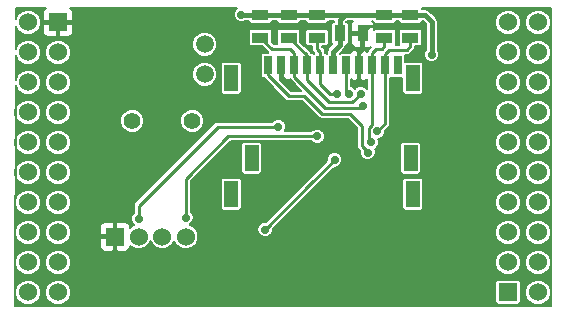
<source format=gbl>
G04 (created by PCBNEW (2013-may-18)-stable) date Вс 15 ноя 2015 18:53:40*
%MOIN*%
G04 Gerber Fmt 3.4, Leading zero omitted, Abs format*
%FSLAX34Y34*%
G01*
G70*
G90*
G04 APERTURE LIST*
%ADD10C,0.00590551*%
%ADD11R,0.055X0.035*%
%ADD12R,0.035X0.055*%
%ADD13R,0.06X0.06*%
%ADD14C,0.06*%
%ADD15C,0.056*%
%ADD16R,0.026X0.062*%
%ADD17R,0.046X0.086*%
%ADD18C,0.0590551*%
%ADD19C,0.0275591*%
%ADD20C,0.015748*%
%ADD21C,0.01*%
%ADD22C,0.00787402*%
G04 APERTURE END LIST*
G54D10*
G54D11*
X34921Y-19272D03*
X34921Y-18522D03*
X37165Y-19272D03*
X37165Y-18522D03*
X38031Y-19272D03*
X38031Y-18522D03*
X33031Y-19272D03*
X33031Y-18522D03*
X33976Y-19272D03*
X33976Y-18522D03*
G54D12*
X36437Y-19133D03*
X35687Y-19133D03*
G54D13*
X28188Y-25905D03*
G54D14*
X28976Y-25905D03*
X29763Y-25905D03*
X30551Y-25905D03*
G54D15*
X28763Y-22047D03*
X30763Y-22047D03*
G54D13*
X26287Y-18767D03*
G54D14*
X25287Y-18767D03*
X26287Y-19767D03*
X25287Y-19767D03*
X26287Y-20767D03*
X25287Y-20767D03*
X26287Y-21767D03*
X25287Y-21767D03*
X26287Y-22767D03*
X25287Y-22767D03*
X26287Y-23767D03*
X25287Y-23767D03*
X26287Y-24767D03*
X25287Y-24767D03*
X26287Y-25767D03*
X25287Y-25767D03*
X26287Y-26767D03*
X25287Y-26767D03*
X26287Y-27767D03*
X25287Y-27767D03*
G54D13*
X41287Y-27767D03*
G54D14*
X42287Y-27767D03*
X41287Y-26767D03*
X42287Y-26767D03*
X41287Y-25767D03*
X42287Y-25767D03*
X41287Y-24767D03*
X42287Y-24767D03*
X41287Y-23767D03*
X42287Y-23767D03*
X41287Y-22767D03*
X42287Y-22767D03*
X41287Y-21767D03*
X42287Y-21767D03*
X41287Y-20767D03*
X42287Y-20767D03*
X41287Y-19767D03*
X42287Y-19767D03*
X41287Y-18767D03*
X42287Y-18767D03*
G54D16*
X33289Y-20196D03*
X34159Y-20196D03*
X34589Y-20196D03*
X35019Y-20196D03*
X35459Y-20196D03*
X35889Y-20196D03*
X36319Y-20196D03*
X36759Y-20196D03*
X37189Y-20196D03*
X33733Y-20196D03*
G54D17*
X32739Y-23296D03*
X38039Y-23296D03*
G54D16*
X37619Y-20196D03*
G54D17*
X38110Y-24488D03*
X32066Y-24488D03*
X38110Y-20629D03*
X32066Y-20629D03*
G54D18*
X31181Y-19500D03*
X31181Y-20500D03*
G54D19*
X38740Y-19842D03*
X32401Y-18503D03*
X31968Y-23346D03*
X38897Y-24921D03*
X39212Y-21259D03*
X33425Y-24803D03*
X28818Y-20000D03*
X29015Y-19685D03*
X34370Y-21535D03*
X34015Y-20826D03*
X36614Y-23110D03*
X35590Y-21141D03*
X28976Y-25314D03*
X33622Y-22244D03*
X35511Y-23346D03*
X33188Y-25669D03*
X30551Y-25275D03*
X34921Y-22559D03*
X36732Y-22755D03*
X36377Y-21141D03*
X36456Y-21535D03*
X36929Y-22401D03*
X35984Y-21141D03*
G54D20*
X35459Y-20196D02*
X35459Y-19737D01*
X35459Y-19737D02*
X35687Y-19508D01*
X35687Y-19508D02*
X35687Y-19133D01*
X38522Y-18522D02*
X38031Y-18522D01*
X38740Y-18740D02*
X38522Y-18522D01*
X38740Y-19842D02*
X38740Y-18740D01*
X35687Y-19133D02*
X35687Y-18682D01*
X35687Y-18682D02*
X35847Y-18522D01*
X37165Y-18522D02*
X38031Y-18522D01*
X34921Y-18522D02*
X35847Y-18522D01*
X35847Y-18522D02*
X37165Y-18522D01*
X33976Y-18522D02*
X34921Y-18522D01*
X33031Y-18522D02*
X33976Y-18522D01*
X33031Y-18522D02*
X32420Y-18522D01*
X32420Y-18522D02*
X32401Y-18503D01*
G54D21*
X35459Y-19737D02*
X35687Y-19508D01*
X35687Y-19508D02*
X35687Y-19133D01*
X36437Y-19133D02*
X36437Y-19113D01*
X36653Y-18897D02*
X36968Y-18897D01*
X36437Y-19113D02*
X36653Y-18897D01*
X33733Y-20196D02*
X33733Y-20544D01*
X33733Y-20544D02*
X34015Y-20826D01*
X36319Y-20196D02*
X36319Y-19782D01*
X36437Y-19664D02*
X36437Y-19133D01*
X36319Y-19782D02*
X36437Y-19664D01*
X33289Y-20196D02*
X33289Y-20533D01*
X36614Y-23070D02*
X36614Y-23110D01*
X36417Y-22874D02*
X36614Y-23070D01*
X36417Y-22204D02*
X36417Y-22874D01*
X36023Y-21811D02*
X36417Y-22204D01*
X35078Y-21811D02*
X36023Y-21811D01*
X34488Y-21220D02*
X35078Y-21811D01*
X33976Y-21220D02*
X34488Y-21220D01*
X33289Y-20533D02*
X33976Y-21220D01*
X35019Y-20196D02*
X35019Y-20806D01*
X35354Y-21141D02*
X35590Y-21141D01*
X35019Y-20806D02*
X35354Y-21141D01*
X34921Y-19272D02*
X34921Y-19645D01*
X35019Y-19743D02*
X35019Y-20196D01*
X34921Y-19645D02*
X35019Y-19743D01*
X28976Y-24881D02*
X28976Y-25314D01*
X31614Y-22244D02*
X28976Y-24881D01*
X33622Y-22244D02*
X31614Y-22244D01*
X34724Y-24133D02*
X35511Y-23346D01*
X33188Y-25669D02*
X34724Y-24133D01*
X30551Y-23976D02*
X30551Y-25275D01*
X31968Y-22559D02*
X30551Y-23976D01*
X34921Y-22559D02*
X31968Y-22559D01*
X36759Y-20196D02*
X36759Y-22177D01*
X36653Y-22677D02*
X36732Y-22755D01*
X36653Y-22283D02*
X36653Y-22677D01*
X36759Y-22177D02*
X36653Y-22283D01*
X36759Y-20196D02*
X36759Y-19776D01*
X37165Y-19566D02*
X37165Y-19272D01*
X37086Y-19645D02*
X37165Y-19566D01*
X36889Y-19645D02*
X37086Y-19645D01*
X36759Y-19776D02*
X36889Y-19645D01*
X34589Y-20196D02*
X34589Y-20691D01*
X36102Y-21417D02*
X36377Y-21141D01*
X35314Y-21417D02*
X36102Y-21417D01*
X34589Y-20691D02*
X35314Y-21417D01*
X33976Y-19272D02*
X33997Y-19272D01*
X34589Y-19864D02*
X34589Y-20196D01*
X33997Y-19272D02*
X34589Y-19864D01*
X34159Y-20196D02*
X34159Y-19789D01*
X33404Y-19645D02*
X33031Y-19272D01*
X34015Y-19645D02*
X33404Y-19645D01*
X34159Y-19789D02*
X34015Y-19645D01*
X34159Y-20196D02*
X34159Y-20576D01*
X36377Y-21614D02*
X36456Y-21535D01*
X35196Y-21614D02*
X36377Y-21614D01*
X34159Y-20576D02*
X35196Y-21614D01*
X37189Y-20196D02*
X37189Y-22141D01*
X37189Y-22141D02*
X36929Y-22401D01*
X37189Y-20196D02*
X37189Y-19818D01*
X38031Y-19566D02*
X38031Y-19272D01*
X37913Y-19685D02*
X38031Y-19566D01*
X37322Y-19685D02*
X37913Y-19685D01*
X37189Y-19818D02*
X37322Y-19685D01*
X35889Y-20196D02*
X35889Y-21046D01*
X35889Y-21046D02*
X35984Y-21141D01*
G54D10*
G36*
X34397Y-21052D02*
X34046Y-21052D01*
X33671Y-20677D01*
X33694Y-20654D01*
X33694Y-20236D01*
X33686Y-20236D01*
X33686Y-20157D01*
X33694Y-20157D01*
X33694Y-20149D01*
X33772Y-20149D01*
X33772Y-20157D01*
X33780Y-20157D01*
X33780Y-20236D01*
X33772Y-20236D01*
X33772Y-20654D01*
X33821Y-20703D01*
X33902Y-20703D01*
X33974Y-20673D01*
X34005Y-20643D01*
X34040Y-20695D01*
X34397Y-21052D01*
X34397Y-21052D01*
G37*
G54D22*
X34397Y-21052D02*
X34046Y-21052D01*
X33671Y-20677D01*
X33694Y-20654D01*
X33694Y-20236D01*
X33686Y-20236D01*
X33686Y-20157D01*
X33694Y-20157D01*
X33694Y-20149D01*
X33772Y-20149D01*
X33772Y-20157D01*
X33780Y-20157D01*
X33780Y-20236D01*
X33772Y-20236D01*
X33772Y-20654D01*
X33821Y-20703D01*
X33902Y-20703D01*
X33974Y-20673D01*
X34005Y-20643D01*
X34040Y-20695D01*
X34397Y-21052D01*
G54D10*
G36*
X36720Y-19577D02*
X36640Y-19657D01*
X36604Y-19711D01*
X36595Y-19754D01*
X36560Y-19719D01*
X36488Y-19689D01*
X36407Y-19690D01*
X36398Y-19699D01*
X36398Y-19556D01*
X36398Y-19173D01*
X36115Y-19173D01*
X36066Y-19222D01*
X36066Y-19369D01*
X36066Y-19448D01*
X36096Y-19520D01*
X36151Y-19575D01*
X36224Y-19605D01*
X36349Y-19605D01*
X36398Y-19556D01*
X36398Y-19699D01*
X36358Y-19739D01*
X36358Y-20157D01*
X36366Y-20157D01*
X36366Y-20236D01*
X36358Y-20236D01*
X36358Y-20654D01*
X36407Y-20703D01*
X36488Y-20703D01*
X36560Y-20673D01*
X36591Y-20643D01*
X36591Y-20993D01*
X36523Y-20924D01*
X36429Y-20885D01*
X36327Y-20885D01*
X36233Y-20924D01*
X36181Y-20976D01*
X36129Y-20924D01*
X36057Y-20895D01*
X36057Y-20653D01*
X36078Y-20673D01*
X36150Y-20703D01*
X36230Y-20703D01*
X36280Y-20654D01*
X36280Y-20236D01*
X36272Y-20236D01*
X36272Y-20157D01*
X36280Y-20157D01*
X36280Y-19739D01*
X36230Y-19690D01*
X36150Y-19689D01*
X36078Y-19719D01*
X36029Y-19768D01*
X35995Y-19768D01*
X35735Y-19768D01*
X35692Y-19786D01*
X35674Y-19804D01*
X35672Y-19802D01*
X35827Y-19648D01*
X35827Y-19648D01*
X35869Y-19584D01*
X35881Y-19526D01*
X35886Y-19526D01*
X35929Y-19509D01*
X35963Y-19475D01*
X35981Y-19432D01*
X35981Y-19385D01*
X35981Y-18835D01*
X35963Y-18792D01*
X35929Y-18758D01*
X35901Y-18746D01*
X35928Y-18719D01*
X36123Y-18719D01*
X36096Y-18747D01*
X36066Y-18819D01*
X36066Y-18897D01*
X36066Y-19045D01*
X36115Y-19094D01*
X36398Y-19094D01*
X36398Y-19086D01*
X36477Y-19086D01*
X36477Y-19094D01*
X36485Y-19094D01*
X36485Y-19173D01*
X36477Y-19173D01*
X36477Y-19556D01*
X36526Y-19605D01*
X36651Y-19605D01*
X36720Y-19577D01*
X36720Y-19577D01*
G37*
G54D22*
X36720Y-19577D02*
X36640Y-19657D01*
X36604Y-19711D01*
X36595Y-19754D01*
X36560Y-19719D01*
X36488Y-19689D01*
X36407Y-19690D01*
X36398Y-19699D01*
X36398Y-19556D01*
X36398Y-19173D01*
X36115Y-19173D01*
X36066Y-19222D01*
X36066Y-19369D01*
X36066Y-19448D01*
X36096Y-19520D01*
X36151Y-19575D01*
X36224Y-19605D01*
X36349Y-19605D01*
X36398Y-19556D01*
X36398Y-19699D01*
X36358Y-19739D01*
X36358Y-20157D01*
X36366Y-20157D01*
X36366Y-20236D01*
X36358Y-20236D01*
X36358Y-20654D01*
X36407Y-20703D01*
X36488Y-20703D01*
X36560Y-20673D01*
X36591Y-20643D01*
X36591Y-20993D01*
X36523Y-20924D01*
X36429Y-20885D01*
X36327Y-20885D01*
X36233Y-20924D01*
X36181Y-20976D01*
X36129Y-20924D01*
X36057Y-20895D01*
X36057Y-20653D01*
X36078Y-20673D01*
X36150Y-20703D01*
X36230Y-20703D01*
X36280Y-20654D01*
X36280Y-20236D01*
X36272Y-20236D01*
X36272Y-20157D01*
X36280Y-20157D01*
X36280Y-19739D01*
X36230Y-19690D01*
X36150Y-19689D01*
X36078Y-19719D01*
X36029Y-19768D01*
X35995Y-19768D01*
X35735Y-19768D01*
X35692Y-19786D01*
X35674Y-19804D01*
X35672Y-19802D01*
X35827Y-19648D01*
X35827Y-19648D01*
X35869Y-19584D01*
X35881Y-19526D01*
X35886Y-19526D01*
X35929Y-19509D01*
X35963Y-19475D01*
X35981Y-19432D01*
X35981Y-19385D01*
X35981Y-18835D01*
X35963Y-18792D01*
X35929Y-18758D01*
X35901Y-18746D01*
X35928Y-18719D01*
X36123Y-18719D01*
X36096Y-18747D01*
X36066Y-18819D01*
X36066Y-18897D01*
X36066Y-19045D01*
X36115Y-19094D01*
X36398Y-19094D01*
X36398Y-19086D01*
X36477Y-19086D01*
X36477Y-19094D01*
X36485Y-19094D01*
X36485Y-19173D01*
X36477Y-19173D01*
X36477Y-19556D01*
X36526Y-19605D01*
X36651Y-19605D01*
X36720Y-19577D01*
G54D10*
G36*
X42726Y-28228D02*
X42705Y-28228D01*
X42705Y-27684D01*
X42705Y-26684D01*
X42705Y-25684D01*
X42705Y-24684D01*
X42705Y-23684D01*
X42705Y-22684D01*
X42705Y-21684D01*
X42705Y-20684D01*
X42705Y-19684D01*
X42705Y-18684D01*
X42642Y-18531D01*
X42524Y-18413D01*
X42370Y-18349D01*
X42204Y-18349D01*
X42050Y-18413D01*
X41933Y-18530D01*
X41869Y-18684D01*
X41869Y-18850D01*
X41932Y-19004D01*
X42050Y-19121D01*
X42203Y-19185D01*
X42370Y-19185D01*
X42523Y-19122D01*
X42641Y-19004D01*
X42705Y-18851D01*
X42705Y-18684D01*
X42705Y-19684D01*
X42642Y-19531D01*
X42524Y-19413D01*
X42370Y-19349D01*
X42204Y-19349D01*
X42050Y-19413D01*
X41933Y-19530D01*
X41869Y-19684D01*
X41869Y-19850D01*
X41932Y-20004D01*
X42050Y-20121D01*
X42203Y-20185D01*
X42370Y-20185D01*
X42523Y-20122D01*
X42641Y-20004D01*
X42705Y-19851D01*
X42705Y-19684D01*
X42705Y-20684D01*
X42642Y-20531D01*
X42524Y-20413D01*
X42370Y-20349D01*
X42204Y-20349D01*
X42050Y-20413D01*
X41933Y-20530D01*
X41869Y-20684D01*
X41869Y-20850D01*
X41932Y-21004D01*
X42050Y-21121D01*
X42203Y-21185D01*
X42370Y-21185D01*
X42523Y-21122D01*
X42641Y-21004D01*
X42705Y-20851D01*
X42705Y-20684D01*
X42705Y-21684D01*
X42642Y-21531D01*
X42524Y-21413D01*
X42370Y-21349D01*
X42204Y-21349D01*
X42050Y-21413D01*
X41933Y-21530D01*
X41869Y-21684D01*
X41869Y-21850D01*
X41932Y-22004D01*
X42050Y-22121D01*
X42203Y-22185D01*
X42370Y-22185D01*
X42523Y-22122D01*
X42641Y-22004D01*
X42705Y-21851D01*
X42705Y-21684D01*
X42705Y-22684D01*
X42642Y-22531D01*
X42524Y-22413D01*
X42370Y-22349D01*
X42204Y-22349D01*
X42050Y-22413D01*
X41933Y-22530D01*
X41869Y-22684D01*
X41869Y-22850D01*
X41932Y-23004D01*
X42050Y-23121D01*
X42203Y-23185D01*
X42370Y-23185D01*
X42523Y-23122D01*
X42641Y-23004D01*
X42705Y-22851D01*
X42705Y-22684D01*
X42705Y-23684D01*
X42642Y-23531D01*
X42524Y-23413D01*
X42370Y-23349D01*
X42204Y-23349D01*
X42050Y-23413D01*
X41933Y-23530D01*
X41869Y-23684D01*
X41869Y-23850D01*
X41932Y-24004D01*
X42050Y-24121D01*
X42203Y-24185D01*
X42370Y-24185D01*
X42523Y-24122D01*
X42641Y-24004D01*
X42705Y-23851D01*
X42705Y-23684D01*
X42705Y-24684D01*
X42642Y-24531D01*
X42524Y-24413D01*
X42370Y-24349D01*
X42204Y-24349D01*
X42050Y-24413D01*
X41933Y-24530D01*
X41869Y-24684D01*
X41869Y-24850D01*
X41932Y-25004D01*
X42050Y-25121D01*
X42203Y-25185D01*
X42370Y-25185D01*
X42523Y-25122D01*
X42641Y-25004D01*
X42705Y-24851D01*
X42705Y-24684D01*
X42705Y-25684D01*
X42642Y-25531D01*
X42524Y-25413D01*
X42370Y-25349D01*
X42204Y-25349D01*
X42050Y-25413D01*
X41933Y-25530D01*
X41869Y-25684D01*
X41869Y-25850D01*
X41932Y-26004D01*
X42050Y-26121D01*
X42203Y-26185D01*
X42370Y-26185D01*
X42523Y-26122D01*
X42641Y-26004D01*
X42705Y-25851D01*
X42705Y-25684D01*
X42705Y-26684D01*
X42642Y-26531D01*
X42524Y-26413D01*
X42370Y-26349D01*
X42204Y-26349D01*
X42050Y-26413D01*
X41933Y-26530D01*
X41869Y-26684D01*
X41869Y-26850D01*
X41932Y-27004D01*
X42050Y-27121D01*
X42203Y-27185D01*
X42370Y-27185D01*
X42523Y-27122D01*
X42641Y-27004D01*
X42705Y-26851D01*
X42705Y-26684D01*
X42705Y-27684D01*
X42642Y-27531D01*
X42524Y-27413D01*
X42370Y-27349D01*
X42204Y-27349D01*
X42050Y-27413D01*
X41933Y-27530D01*
X41869Y-27684D01*
X41869Y-27850D01*
X41932Y-28004D01*
X42050Y-28121D01*
X42203Y-28185D01*
X42370Y-28185D01*
X42523Y-28122D01*
X42641Y-28004D01*
X42705Y-27851D01*
X42705Y-27684D01*
X42705Y-28228D01*
X41705Y-28228D01*
X41705Y-26684D01*
X41705Y-25684D01*
X41705Y-24684D01*
X41705Y-23684D01*
X41705Y-22684D01*
X41705Y-21684D01*
X41705Y-20684D01*
X41705Y-19684D01*
X41705Y-18684D01*
X41642Y-18531D01*
X41524Y-18413D01*
X41370Y-18349D01*
X41204Y-18349D01*
X41050Y-18413D01*
X40933Y-18530D01*
X40869Y-18684D01*
X40869Y-18850D01*
X40932Y-19004D01*
X41050Y-19121D01*
X41203Y-19185D01*
X41370Y-19185D01*
X41523Y-19122D01*
X41641Y-19004D01*
X41705Y-18851D01*
X41705Y-18684D01*
X41705Y-19684D01*
X41642Y-19531D01*
X41524Y-19413D01*
X41370Y-19349D01*
X41204Y-19349D01*
X41050Y-19413D01*
X40933Y-19530D01*
X40869Y-19684D01*
X40869Y-19850D01*
X40932Y-20004D01*
X41050Y-20121D01*
X41203Y-20185D01*
X41370Y-20185D01*
X41523Y-20122D01*
X41641Y-20004D01*
X41705Y-19851D01*
X41705Y-19684D01*
X41705Y-20684D01*
X41642Y-20531D01*
X41524Y-20413D01*
X41370Y-20349D01*
X41204Y-20349D01*
X41050Y-20413D01*
X40933Y-20530D01*
X40869Y-20684D01*
X40869Y-20850D01*
X40932Y-21004D01*
X41050Y-21121D01*
X41203Y-21185D01*
X41370Y-21185D01*
X41523Y-21122D01*
X41641Y-21004D01*
X41705Y-20851D01*
X41705Y-20684D01*
X41705Y-21684D01*
X41642Y-21531D01*
X41524Y-21413D01*
X41370Y-21349D01*
X41204Y-21349D01*
X41050Y-21413D01*
X40933Y-21530D01*
X40869Y-21684D01*
X40869Y-21850D01*
X40932Y-22004D01*
X41050Y-22121D01*
X41203Y-22185D01*
X41370Y-22185D01*
X41523Y-22122D01*
X41641Y-22004D01*
X41705Y-21851D01*
X41705Y-21684D01*
X41705Y-22684D01*
X41642Y-22531D01*
X41524Y-22413D01*
X41370Y-22349D01*
X41204Y-22349D01*
X41050Y-22413D01*
X40933Y-22530D01*
X40869Y-22684D01*
X40869Y-22850D01*
X40932Y-23004D01*
X41050Y-23121D01*
X41203Y-23185D01*
X41370Y-23185D01*
X41523Y-23122D01*
X41641Y-23004D01*
X41705Y-22851D01*
X41705Y-22684D01*
X41705Y-23684D01*
X41642Y-23531D01*
X41524Y-23413D01*
X41370Y-23349D01*
X41204Y-23349D01*
X41050Y-23413D01*
X40933Y-23530D01*
X40869Y-23684D01*
X40869Y-23850D01*
X40932Y-24004D01*
X41050Y-24121D01*
X41203Y-24185D01*
X41370Y-24185D01*
X41523Y-24122D01*
X41641Y-24004D01*
X41705Y-23851D01*
X41705Y-23684D01*
X41705Y-24684D01*
X41642Y-24531D01*
X41524Y-24413D01*
X41370Y-24349D01*
X41204Y-24349D01*
X41050Y-24413D01*
X40933Y-24530D01*
X40869Y-24684D01*
X40869Y-24850D01*
X40932Y-25004D01*
X41050Y-25121D01*
X41203Y-25185D01*
X41370Y-25185D01*
X41523Y-25122D01*
X41641Y-25004D01*
X41705Y-24851D01*
X41705Y-24684D01*
X41705Y-25684D01*
X41642Y-25531D01*
X41524Y-25413D01*
X41370Y-25349D01*
X41204Y-25349D01*
X41050Y-25413D01*
X40933Y-25530D01*
X40869Y-25684D01*
X40869Y-25850D01*
X40932Y-26004D01*
X41050Y-26121D01*
X41203Y-26185D01*
X41370Y-26185D01*
X41523Y-26122D01*
X41641Y-26004D01*
X41705Y-25851D01*
X41705Y-25684D01*
X41705Y-26684D01*
X41642Y-26531D01*
X41524Y-26413D01*
X41370Y-26349D01*
X41204Y-26349D01*
X41050Y-26413D01*
X40933Y-26530D01*
X40869Y-26684D01*
X40869Y-26850D01*
X40932Y-27004D01*
X41050Y-27121D01*
X41203Y-27185D01*
X41370Y-27185D01*
X41523Y-27122D01*
X41641Y-27004D01*
X41705Y-26851D01*
X41705Y-26684D01*
X41705Y-28228D01*
X41705Y-28228D01*
X41705Y-28044D01*
X41705Y-27444D01*
X41687Y-27400D01*
X41654Y-27367D01*
X41610Y-27349D01*
X41564Y-27349D01*
X40964Y-27349D01*
X40920Y-27367D01*
X40887Y-27400D01*
X40869Y-27444D01*
X40869Y-27491D01*
X40869Y-28091D01*
X40887Y-28134D01*
X40920Y-28167D01*
X40963Y-28185D01*
X41010Y-28185D01*
X41610Y-28185D01*
X41654Y-28167D01*
X41687Y-28134D01*
X41705Y-28091D01*
X41705Y-28044D01*
X41705Y-28228D01*
X38458Y-28228D01*
X38458Y-24894D01*
X38458Y-24034D01*
X38440Y-23991D01*
X38407Y-23958D01*
X38387Y-23949D01*
X38387Y-23703D01*
X38387Y-22843D01*
X38369Y-22800D01*
X38336Y-22766D01*
X38292Y-22748D01*
X38245Y-22748D01*
X37785Y-22748D01*
X37742Y-22766D01*
X37709Y-22799D01*
X37691Y-22843D01*
X37691Y-22890D01*
X37691Y-23750D01*
X37709Y-23793D01*
X37742Y-23826D01*
X37785Y-23844D01*
X37832Y-23844D01*
X38292Y-23844D01*
X38336Y-23827D01*
X38369Y-23793D01*
X38387Y-23750D01*
X38387Y-23703D01*
X38387Y-23949D01*
X38363Y-23940D01*
X38316Y-23940D01*
X37856Y-23940D01*
X37813Y-23958D01*
X37780Y-23991D01*
X37762Y-24034D01*
X37762Y-24081D01*
X37762Y-24941D01*
X37780Y-24985D01*
X37813Y-25018D01*
X37856Y-25036D01*
X37903Y-25036D01*
X38363Y-25036D01*
X38407Y-25018D01*
X38440Y-24985D01*
X38458Y-24941D01*
X38458Y-24894D01*
X38458Y-28228D01*
X35767Y-28228D01*
X35767Y-23295D01*
X35728Y-23201D01*
X35656Y-23129D01*
X35562Y-23090D01*
X35461Y-23090D01*
X35367Y-23129D01*
X35294Y-23201D01*
X35255Y-23295D01*
X35255Y-23364D01*
X35177Y-23443D01*
X35177Y-22508D01*
X35138Y-22414D01*
X35066Y-22342D01*
X34972Y-22303D01*
X34870Y-22303D01*
X34776Y-22341D01*
X34727Y-22390D01*
X33837Y-22390D01*
X33838Y-22389D01*
X33877Y-22295D01*
X33877Y-22193D01*
X33839Y-22099D01*
X33767Y-22027D01*
X33673Y-21988D01*
X33571Y-21988D01*
X33477Y-22027D01*
X33428Y-22075D01*
X32415Y-22075D01*
X32415Y-21036D01*
X32415Y-20176D01*
X32397Y-20133D01*
X32363Y-20099D01*
X32320Y-20081D01*
X32273Y-20081D01*
X31813Y-20081D01*
X31770Y-20099D01*
X31736Y-20132D01*
X31718Y-20176D01*
X31718Y-20223D01*
X31718Y-21083D01*
X31736Y-21126D01*
X31769Y-21159D01*
X31813Y-21178D01*
X31860Y-21178D01*
X32320Y-21178D01*
X32363Y-21160D01*
X32396Y-21126D01*
X32415Y-21083D01*
X32415Y-21036D01*
X32415Y-22075D01*
X31614Y-22075D01*
X31614Y-22075D01*
X31601Y-22078D01*
X31594Y-22079D01*
X31594Y-20418D01*
X31594Y-19418D01*
X31531Y-19266D01*
X31415Y-19149D01*
X31263Y-19086D01*
X31099Y-19086D01*
X30947Y-19149D01*
X30830Y-19265D01*
X30767Y-19417D01*
X30767Y-19581D01*
X30830Y-19733D01*
X30946Y-19850D01*
X31098Y-19913D01*
X31262Y-19913D01*
X31414Y-19850D01*
X31531Y-19734D01*
X31594Y-19582D01*
X31594Y-19418D01*
X31594Y-20418D01*
X31531Y-20266D01*
X31415Y-20149D01*
X31263Y-20086D01*
X31099Y-20086D01*
X30947Y-20149D01*
X30830Y-20265D01*
X30767Y-20417D01*
X30767Y-20581D01*
X30830Y-20733D01*
X30946Y-20850D01*
X31098Y-20913D01*
X31262Y-20913D01*
X31414Y-20850D01*
X31531Y-20734D01*
X31594Y-20582D01*
X31594Y-20418D01*
X31594Y-22079D01*
X31549Y-22088D01*
X31495Y-22125D01*
X31495Y-22125D01*
X31161Y-22458D01*
X31161Y-21968D01*
X31101Y-21822D01*
X30989Y-21709D01*
X30843Y-21649D01*
X30684Y-21649D01*
X30538Y-21709D01*
X30426Y-21821D01*
X30365Y-21967D01*
X30365Y-22126D01*
X30426Y-22272D01*
X30537Y-22384D01*
X30684Y-22445D01*
X30842Y-22445D01*
X30988Y-22384D01*
X31101Y-22273D01*
X31161Y-22126D01*
X31161Y-21968D01*
X31161Y-22458D01*
X29161Y-24458D01*
X29161Y-21968D01*
X29101Y-21822D01*
X28989Y-21709D01*
X28843Y-21649D01*
X28684Y-21649D01*
X28538Y-21709D01*
X28426Y-21821D01*
X28365Y-21967D01*
X28365Y-22126D01*
X28426Y-22272D01*
X28537Y-22384D01*
X28684Y-22445D01*
X28842Y-22445D01*
X28988Y-22384D01*
X29101Y-22273D01*
X29161Y-22126D01*
X29161Y-21968D01*
X29161Y-24458D01*
X28857Y-24763D01*
X28821Y-24817D01*
X28808Y-24881D01*
X28808Y-24881D01*
X28808Y-25121D01*
X28759Y-25169D01*
X28720Y-25263D01*
X28720Y-25365D01*
X28759Y-25459D01*
X28818Y-25518D01*
X28739Y-25550D01*
X28685Y-25604D01*
X28685Y-25566D01*
X28655Y-25493D01*
X28600Y-25438D01*
X28527Y-25408D01*
X28277Y-25408D01*
X28228Y-25457D01*
X28228Y-25866D01*
X28236Y-25866D01*
X28236Y-25944D01*
X28228Y-25944D01*
X28228Y-26353D01*
X28277Y-26402D01*
X28527Y-26402D01*
X28600Y-26372D01*
X28655Y-26317D01*
X28685Y-26244D01*
X28685Y-26206D01*
X28739Y-26259D01*
X28892Y-26323D01*
X29059Y-26323D01*
X29212Y-26260D01*
X29330Y-26142D01*
X29370Y-26047D01*
X29409Y-26142D01*
X29526Y-26259D01*
X29680Y-26323D01*
X29846Y-26323D01*
X30000Y-26260D01*
X30118Y-26142D01*
X30157Y-26047D01*
X30196Y-26142D01*
X30314Y-26259D01*
X30467Y-26323D01*
X30633Y-26323D01*
X30787Y-26260D01*
X30905Y-26142D01*
X30969Y-25989D01*
X30969Y-25822D01*
X30905Y-25668D01*
X30788Y-25551D01*
X30671Y-25502D01*
X30695Y-25492D01*
X30768Y-25420D01*
X30807Y-25326D01*
X30807Y-25224D01*
X30768Y-25130D01*
X30719Y-25081D01*
X30719Y-24046D01*
X32038Y-22727D01*
X34727Y-22727D01*
X34776Y-22775D01*
X34870Y-22814D01*
X34971Y-22815D01*
X35066Y-22776D01*
X35138Y-22704D01*
X35177Y-22610D01*
X35177Y-22508D01*
X35177Y-23443D01*
X34605Y-24014D01*
X34605Y-24014D01*
X33207Y-25413D01*
X33138Y-25413D01*
X33087Y-25434D01*
X33087Y-23703D01*
X33087Y-22843D01*
X33069Y-22800D01*
X33036Y-22766D01*
X32992Y-22748D01*
X32945Y-22748D01*
X32485Y-22748D01*
X32442Y-22766D01*
X32409Y-22799D01*
X32391Y-22843D01*
X32391Y-22890D01*
X32391Y-23750D01*
X32409Y-23793D01*
X32442Y-23826D01*
X32485Y-23844D01*
X32532Y-23844D01*
X32992Y-23844D01*
X33036Y-23827D01*
X33069Y-23793D01*
X33087Y-23750D01*
X33087Y-23703D01*
X33087Y-25434D01*
X33044Y-25452D01*
X32972Y-25524D01*
X32933Y-25618D01*
X32933Y-25719D01*
X32971Y-25814D01*
X33043Y-25886D01*
X33137Y-25925D01*
X33239Y-25925D01*
X33333Y-25886D01*
X33405Y-25814D01*
X33444Y-25720D01*
X33444Y-25651D01*
X34843Y-24252D01*
X34843Y-24252D01*
X34843Y-24252D01*
X35493Y-23602D01*
X35562Y-23602D01*
X35656Y-23563D01*
X35728Y-23491D01*
X35767Y-23397D01*
X35767Y-23295D01*
X35767Y-28228D01*
X32415Y-28228D01*
X32415Y-24894D01*
X32415Y-24034D01*
X32397Y-23991D01*
X32363Y-23958D01*
X32320Y-23940D01*
X32273Y-23940D01*
X31813Y-23940D01*
X31770Y-23958D01*
X31736Y-23991D01*
X31718Y-24034D01*
X31718Y-24081D01*
X31718Y-24941D01*
X31736Y-24985D01*
X31769Y-25018D01*
X31813Y-25036D01*
X31860Y-25036D01*
X32320Y-25036D01*
X32363Y-25018D01*
X32396Y-24985D01*
X32415Y-24941D01*
X32415Y-24894D01*
X32415Y-28228D01*
X28149Y-28228D01*
X28149Y-26353D01*
X28149Y-25944D01*
X28149Y-25866D01*
X28149Y-25457D01*
X28100Y-25408D01*
X27849Y-25408D01*
X27777Y-25438D01*
X27722Y-25493D01*
X27692Y-25566D01*
X27692Y-25644D01*
X27692Y-25816D01*
X27741Y-25866D01*
X28149Y-25866D01*
X28149Y-25944D01*
X27741Y-25944D01*
X27692Y-25994D01*
X27692Y-26166D01*
X27692Y-26244D01*
X27722Y-26317D01*
X27777Y-26372D01*
X27849Y-26402D01*
X28100Y-26402D01*
X28149Y-26353D01*
X28149Y-28228D01*
X26784Y-28228D01*
X26784Y-19106D01*
X26784Y-18856D01*
X26735Y-18807D01*
X26326Y-18807D01*
X26326Y-19215D01*
X26375Y-19264D01*
X26548Y-19264D01*
X26626Y-19264D01*
X26699Y-19234D01*
X26754Y-19179D01*
X26784Y-19106D01*
X26784Y-28228D01*
X26705Y-28228D01*
X26705Y-27684D01*
X26705Y-26684D01*
X26705Y-25684D01*
X26705Y-24684D01*
X26705Y-23684D01*
X26705Y-22684D01*
X26705Y-21684D01*
X26705Y-20684D01*
X26705Y-19684D01*
X26642Y-19531D01*
X26524Y-19413D01*
X26370Y-19349D01*
X26248Y-19349D01*
X26248Y-19215D01*
X26248Y-18807D01*
X25839Y-18807D01*
X25790Y-18856D01*
X25790Y-19106D01*
X25820Y-19179D01*
X25875Y-19234D01*
X25948Y-19264D01*
X26026Y-19264D01*
X26198Y-19264D01*
X26248Y-19215D01*
X26248Y-19349D01*
X26204Y-19349D01*
X26050Y-19413D01*
X25933Y-19530D01*
X25869Y-19684D01*
X25869Y-19850D01*
X25932Y-20004D01*
X26050Y-20121D01*
X26203Y-20185D01*
X26370Y-20185D01*
X26523Y-20122D01*
X26641Y-20004D01*
X26705Y-19851D01*
X26705Y-19684D01*
X26705Y-20684D01*
X26642Y-20531D01*
X26524Y-20413D01*
X26370Y-20349D01*
X26204Y-20349D01*
X26050Y-20413D01*
X25933Y-20530D01*
X25869Y-20684D01*
X25869Y-20850D01*
X25932Y-21004D01*
X26050Y-21121D01*
X26203Y-21185D01*
X26370Y-21185D01*
X26523Y-21122D01*
X26641Y-21004D01*
X26705Y-20851D01*
X26705Y-20684D01*
X26705Y-21684D01*
X26642Y-21531D01*
X26524Y-21413D01*
X26370Y-21349D01*
X26204Y-21349D01*
X26050Y-21413D01*
X25933Y-21530D01*
X25869Y-21684D01*
X25869Y-21850D01*
X25932Y-22004D01*
X26050Y-22121D01*
X26203Y-22185D01*
X26370Y-22185D01*
X26523Y-22122D01*
X26641Y-22004D01*
X26705Y-21851D01*
X26705Y-21684D01*
X26705Y-22684D01*
X26642Y-22531D01*
X26524Y-22413D01*
X26370Y-22349D01*
X26204Y-22349D01*
X26050Y-22413D01*
X25933Y-22530D01*
X25869Y-22684D01*
X25869Y-22850D01*
X25932Y-23004D01*
X26050Y-23121D01*
X26203Y-23185D01*
X26370Y-23185D01*
X26523Y-23122D01*
X26641Y-23004D01*
X26705Y-22851D01*
X26705Y-22684D01*
X26705Y-23684D01*
X26642Y-23531D01*
X26524Y-23413D01*
X26370Y-23349D01*
X26204Y-23349D01*
X26050Y-23413D01*
X25933Y-23530D01*
X25869Y-23684D01*
X25869Y-23850D01*
X25932Y-24004D01*
X26050Y-24121D01*
X26203Y-24185D01*
X26370Y-24185D01*
X26523Y-24122D01*
X26641Y-24004D01*
X26705Y-23851D01*
X26705Y-23684D01*
X26705Y-24684D01*
X26642Y-24531D01*
X26524Y-24413D01*
X26370Y-24349D01*
X26204Y-24349D01*
X26050Y-24413D01*
X25933Y-24530D01*
X25869Y-24684D01*
X25869Y-24850D01*
X25932Y-25004D01*
X26050Y-25121D01*
X26203Y-25185D01*
X26370Y-25185D01*
X26523Y-25122D01*
X26641Y-25004D01*
X26705Y-24851D01*
X26705Y-24684D01*
X26705Y-25684D01*
X26642Y-25531D01*
X26524Y-25413D01*
X26370Y-25349D01*
X26204Y-25349D01*
X26050Y-25413D01*
X25933Y-25530D01*
X25869Y-25684D01*
X25869Y-25850D01*
X25932Y-26004D01*
X26050Y-26121D01*
X26203Y-26185D01*
X26370Y-26185D01*
X26523Y-26122D01*
X26641Y-26004D01*
X26705Y-25851D01*
X26705Y-25684D01*
X26705Y-26684D01*
X26642Y-26531D01*
X26524Y-26413D01*
X26370Y-26349D01*
X26204Y-26349D01*
X26050Y-26413D01*
X25933Y-26530D01*
X25869Y-26684D01*
X25869Y-26850D01*
X25932Y-27004D01*
X26050Y-27121D01*
X26203Y-27185D01*
X26370Y-27185D01*
X26523Y-27122D01*
X26641Y-27004D01*
X26705Y-26851D01*
X26705Y-26684D01*
X26705Y-27684D01*
X26642Y-27531D01*
X26524Y-27413D01*
X26370Y-27349D01*
X26204Y-27349D01*
X26050Y-27413D01*
X25933Y-27530D01*
X25869Y-27684D01*
X25869Y-27850D01*
X25932Y-28004D01*
X26050Y-28121D01*
X26203Y-28185D01*
X26370Y-28185D01*
X26523Y-28122D01*
X26641Y-28004D01*
X26705Y-27851D01*
X26705Y-27684D01*
X26705Y-28228D01*
X25705Y-28228D01*
X25705Y-27684D01*
X25705Y-26684D01*
X25705Y-25684D01*
X25705Y-24684D01*
X25705Y-23684D01*
X25705Y-22684D01*
X25705Y-21684D01*
X25642Y-21531D01*
X25524Y-21413D01*
X25370Y-21349D01*
X25204Y-21349D01*
X25050Y-21413D01*
X24933Y-21530D01*
X24869Y-21684D01*
X24869Y-21850D01*
X24932Y-22004D01*
X25050Y-22121D01*
X25203Y-22185D01*
X25370Y-22185D01*
X25523Y-22122D01*
X25641Y-22004D01*
X25705Y-21851D01*
X25705Y-21684D01*
X25705Y-22684D01*
X25642Y-22531D01*
X25524Y-22413D01*
X25370Y-22349D01*
X25204Y-22349D01*
X25050Y-22413D01*
X24933Y-22530D01*
X24869Y-22684D01*
X24869Y-22850D01*
X24932Y-23004D01*
X25050Y-23121D01*
X25203Y-23185D01*
X25370Y-23185D01*
X25523Y-23122D01*
X25641Y-23004D01*
X25705Y-22851D01*
X25705Y-22684D01*
X25705Y-23684D01*
X25642Y-23531D01*
X25524Y-23413D01*
X25370Y-23349D01*
X25204Y-23349D01*
X25050Y-23413D01*
X24933Y-23530D01*
X24869Y-23684D01*
X24869Y-23850D01*
X24932Y-24004D01*
X25050Y-24121D01*
X25203Y-24185D01*
X25370Y-24185D01*
X25523Y-24122D01*
X25641Y-24004D01*
X25705Y-23851D01*
X25705Y-23684D01*
X25705Y-24684D01*
X25642Y-24531D01*
X25524Y-24413D01*
X25370Y-24349D01*
X25204Y-24349D01*
X25050Y-24413D01*
X24933Y-24530D01*
X24869Y-24684D01*
X24869Y-24850D01*
X24932Y-25004D01*
X25050Y-25121D01*
X25203Y-25185D01*
X25370Y-25185D01*
X25523Y-25122D01*
X25641Y-25004D01*
X25705Y-24851D01*
X25705Y-24684D01*
X25705Y-25684D01*
X25642Y-25531D01*
X25524Y-25413D01*
X25370Y-25349D01*
X25204Y-25349D01*
X25050Y-25413D01*
X24933Y-25530D01*
X24869Y-25684D01*
X24869Y-25850D01*
X24932Y-26004D01*
X25050Y-26121D01*
X25203Y-26185D01*
X25370Y-26185D01*
X25523Y-26122D01*
X25641Y-26004D01*
X25705Y-25851D01*
X25705Y-25684D01*
X25705Y-26684D01*
X25642Y-26531D01*
X25524Y-26413D01*
X25370Y-26349D01*
X25204Y-26349D01*
X25050Y-26413D01*
X24933Y-26530D01*
X24869Y-26684D01*
X24869Y-26850D01*
X24932Y-27004D01*
X25050Y-27121D01*
X25203Y-27185D01*
X25370Y-27185D01*
X25523Y-27122D01*
X25641Y-27004D01*
X25705Y-26851D01*
X25705Y-26684D01*
X25705Y-27684D01*
X25642Y-27531D01*
X25524Y-27413D01*
X25370Y-27349D01*
X25204Y-27349D01*
X25050Y-27413D01*
X24933Y-27530D01*
X24869Y-27684D01*
X24869Y-27850D01*
X24932Y-28004D01*
X25050Y-28121D01*
X25203Y-28185D01*
X25370Y-28185D01*
X25523Y-28122D01*
X25641Y-28004D01*
X25705Y-27851D01*
X25705Y-27684D01*
X25705Y-28228D01*
X24842Y-28228D01*
X24871Y-20856D01*
X24932Y-21004D01*
X25050Y-21121D01*
X25203Y-21185D01*
X25370Y-21185D01*
X25523Y-21122D01*
X25641Y-21004D01*
X25705Y-20851D01*
X25705Y-20684D01*
X25642Y-20531D01*
X25524Y-20413D01*
X25370Y-20349D01*
X25204Y-20349D01*
X25050Y-20413D01*
X24933Y-20530D01*
X24872Y-20677D01*
X24875Y-19865D01*
X24932Y-20004D01*
X25050Y-20121D01*
X25203Y-20185D01*
X25370Y-20185D01*
X25523Y-20122D01*
X25641Y-20004D01*
X25705Y-19851D01*
X25705Y-19684D01*
X25642Y-19531D01*
X25524Y-19413D01*
X25370Y-19349D01*
X25204Y-19349D01*
X25050Y-19413D01*
X24933Y-19530D01*
X24876Y-19667D01*
X24879Y-18875D01*
X24932Y-19004D01*
X25050Y-19121D01*
X25203Y-19185D01*
X25370Y-19185D01*
X25523Y-19122D01*
X25641Y-19004D01*
X25705Y-18851D01*
X25705Y-18684D01*
X25642Y-18531D01*
X25524Y-18413D01*
X25370Y-18349D01*
X25204Y-18349D01*
X25050Y-18413D01*
X24933Y-18530D01*
X24880Y-18658D01*
X24881Y-18297D01*
X25884Y-18297D01*
X25875Y-18300D01*
X25820Y-18356D01*
X25790Y-18428D01*
X25790Y-18679D01*
X25839Y-18728D01*
X26248Y-18728D01*
X26248Y-18720D01*
X26326Y-18720D01*
X26326Y-18728D01*
X26735Y-18728D01*
X26784Y-18679D01*
X26784Y-18428D01*
X26754Y-18356D01*
X26699Y-18300D01*
X26690Y-18297D01*
X32246Y-18297D01*
X32184Y-18358D01*
X32145Y-18452D01*
X32145Y-18554D01*
X32184Y-18648D01*
X32256Y-18720D01*
X32350Y-18759D01*
X32452Y-18759D01*
X32546Y-18721D01*
X32547Y-18719D01*
X32638Y-18719D01*
X32638Y-18721D01*
X32656Y-18764D01*
X32689Y-18797D01*
X32732Y-18815D01*
X32779Y-18815D01*
X33329Y-18815D01*
X33373Y-18797D01*
X33406Y-18764D01*
X33424Y-18721D01*
X33424Y-18719D01*
X33583Y-18719D01*
X33583Y-18721D01*
X33601Y-18764D01*
X33634Y-18797D01*
X33677Y-18815D01*
X33724Y-18815D01*
X34274Y-18815D01*
X34318Y-18797D01*
X34351Y-18764D01*
X34369Y-18721D01*
X34369Y-18719D01*
X34528Y-18719D01*
X34528Y-18721D01*
X34546Y-18764D01*
X34579Y-18797D01*
X34622Y-18815D01*
X34669Y-18815D01*
X35219Y-18815D01*
X35263Y-18797D01*
X35296Y-18764D01*
X35314Y-18721D01*
X35314Y-18719D01*
X35491Y-18719D01*
X35491Y-18740D01*
X35489Y-18740D01*
X35446Y-18758D01*
X35412Y-18791D01*
X35394Y-18835D01*
X35394Y-18882D01*
X35394Y-19432D01*
X35412Y-19475D01*
X35427Y-19490D01*
X35320Y-19598D01*
X35277Y-19662D01*
X35262Y-19737D01*
X35262Y-19786D01*
X35239Y-19809D01*
X35216Y-19786D01*
X35187Y-19774D01*
X35187Y-19743D01*
X35187Y-19743D01*
X35187Y-19743D01*
X35174Y-19679D01*
X35138Y-19624D01*
X35089Y-19576D01*
X35089Y-19565D01*
X35219Y-19565D01*
X35263Y-19547D01*
X35296Y-19514D01*
X35314Y-19471D01*
X35314Y-19424D01*
X35314Y-19074D01*
X35296Y-19030D01*
X35263Y-18997D01*
X35219Y-18979D01*
X35172Y-18979D01*
X34622Y-18979D01*
X34579Y-18997D01*
X34546Y-19030D01*
X34528Y-19074D01*
X34528Y-19121D01*
X34528Y-19471D01*
X34546Y-19514D01*
X34579Y-19547D01*
X34622Y-19565D01*
X34669Y-19565D01*
X34753Y-19565D01*
X34753Y-19645D01*
X34753Y-19645D01*
X34765Y-19710D01*
X34802Y-19764D01*
X34823Y-19786D01*
X34822Y-19786D01*
X34804Y-19804D01*
X34786Y-19786D01*
X34742Y-19768D01*
X34723Y-19768D01*
X34723Y-19768D01*
X34708Y-19746D01*
X34708Y-19746D01*
X34369Y-19407D01*
X34369Y-19074D01*
X34351Y-19030D01*
X34318Y-18997D01*
X34274Y-18979D01*
X34227Y-18979D01*
X33677Y-18979D01*
X33634Y-18997D01*
X33601Y-19030D01*
X33583Y-19074D01*
X33583Y-19121D01*
X33583Y-19471D01*
X33585Y-19477D01*
X33474Y-19477D01*
X33424Y-19428D01*
X33424Y-19424D01*
X33424Y-19074D01*
X33406Y-19030D01*
X33373Y-18997D01*
X33330Y-18979D01*
X33283Y-18979D01*
X32733Y-18979D01*
X32689Y-18997D01*
X32656Y-19030D01*
X32638Y-19074D01*
X32638Y-19121D01*
X32638Y-19471D01*
X32656Y-19514D01*
X32689Y-19547D01*
X32732Y-19565D01*
X32779Y-19565D01*
X33086Y-19565D01*
X33285Y-19764D01*
X33285Y-19764D01*
X33291Y-19768D01*
X33135Y-19768D01*
X33092Y-19786D01*
X33059Y-19819D01*
X33041Y-19863D01*
X33041Y-19910D01*
X33041Y-20530D01*
X33059Y-20573D01*
X33092Y-20606D01*
X33135Y-20624D01*
X33152Y-20624D01*
X33170Y-20652D01*
X33857Y-21339D01*
X33857Y-21339D01*
X33912Y-21375D01*
X33976Y-21388D01*
X34418Y-21388D01*
X34959Y-21929D01*
X34959Y-21929D01*
X35014Y-21966D01*
X35078Y-21979D01*
X35953Y-21979D01*
X36249Y-22274D01*
X36249Y-22874D01*
X36249Y-22874D01*
X36262Y-22938D01*
X36298Y-22992D01*
X36360Y-23054D01*
X36358Y-23059D01*
X36358Y-23160D01*
X36397Y-23255D01*
X36469Y-23327D01*
X36563Y-23366D01*
X36664Y-23366D01*
X36758Y-23327D01*
X36830Y-23255D01*
X36870Y-23161D01*
X36870Y-23059D01*
X36840Y-22988D01*
X36877Y-22972D01*
X36949Y-22901D01*
X36988Y-22807D01*
X36988Y-22705D01*
X36968Y-22657D01*
X36979Y-22657D01*
X37073Y-22618D01*
X37145Y-22546D01*
X37184Y-22452D01*
X37185Y-22383D01*
X37308Y-22260D01*
X37308Y-22260D01*
X37308Y-22260D01*
X37344Y-22205D01*
X37357Y-22141D01*
X37357Y-20618D01*
X37386Y-20607D01*
X37404Y-20588D01*
X37422Y-20606D01*
X37465Y-20624D01*
X37512Y-20624D01*
X37762Y-20624D01*
X37762Y-21083D01*
X37780Y-21126D01*
X37813Y-21159D01*
X37856Y-21178D01*
X37903Y-21178D01*
X38363Y-21178D01*
X38407Y-21160D01*
X38440Y-21126D01*
X38458Y-21083D01*
X38458Y-21036D01*
X38458Y-20176D01*
X38440Y-20133D01*
X38407Y-20099D01*
X38363Y-20081D01*
X38316Y-20081D01*
X37867Y-20081D01*
X37867Y-19863D01*
X37863Y-19853D01*
X37913Y-19853D01*
X37913Y-19853D01*
X37913Y-19853D01*
X37977Y-19840D01*
X38032Y-19803D01*
X38150Y-19685D01*
X38186Y-19631D01*
X38199Y-19566D01*
X38199Y-19566D01*
X38199Y-19566D01*
X38199Y-19565D01*
X38329Y-19565D01*
X38373Y-19547D01*
X38406Y-19514D01*
X38424Y-19471D01*
X38424Y-19424D01*
X38424Y-19074D01*
X38406Y-19030D01*
X38373Y-18997D01*
X38330Y-18979D01*
X38283Y-18979D01*
X37733Y-18979D01*
X37689Y-18997D01*
X37656Y-19030D01*
X37638Y-19074D01*
X37638Y-19121D01*
X37638Y-19471D01*
X37656Y-19514D01*
X37658Y-19516D01*
X37538Y-19516D01*
X37540Y-19514D01*
X37558Y-19471D01*
X37558Y-19424D01*
X37558Y-19074D01*
X37540Y-19030D01*
X37507Y-18997D01*
X37463Y-18979D01*
X37416Y-18979D01*
X36866Y-18979D01*
X36823Y-18997D01*
X36809Y-19011D01*
X36809Y-18897D01*
X36809Y-18819D01*
X36779Y-18747D01*
X36752Y-18719D01*
X36772Y-18719D01*
X36772Y-18721D01*
X36790Y-18764D01*
X36823Y-18797D01*
X36866Y-18815D01*
X36913Y-18815D01*
X37463Y-18815D01*
X37507Y-18797D01*
X37540Y-18764D01*
X37558Y-18721D01*
X37558Y-18719D01*
X37638Y-18719D01*
X37638Y-18721D01*
X37656Y-18764D01*
X37689Y-18797D01*
X37732Y-18815D01*
X37779Y-18815D01*
X38329Y-18815D01*
X38373Y-18797D01*
X38406Y-18764D01*
X38424Y-18721D01*
X38424Y-18719D01*
X38441Y-18719D01*
X38543Y-18821D01*
X38543Y-19677D01*
X38523Y-19697D01*
X38484Y-19791D01*
X38484Y-19893D01*
X38523Y-19987D01*
X38595Y-20059D01*
X38689Y-20098D01*
X38790Y-20098D01*
X38884Y-20059D01*
X38956Y-19987D01*
X38996Y-19893D01*
X38996Y-19791D01*
X38957Y-19697D01*
X38937Y-19677D01*
X38937Y-18740D01*
X38937Y-18740D01*
X38922Y-18664D01*
X38896Y-18626D01*
X38879Y-18600D01*
X38879Y-18600D01*
X38661Y-18383D01*
X38597Y-18340D01*
X38522Y-18325D01*
X38424Y-18325D01*
X38424Y-18324D01*
X38413Y-18297D01*
X42362Y-18297D01*
X42726Y-18297D01*
X42726Y-28228D01*
X42726Y-28228D01*
G37*
G54D22*
X42726Y-28228D02*
X42705Y-28228D01*
X42705Y-27684D01*
X42705Y-26684D01*
X42705Y-25684D01*
X42705Y-24684D01*
X42705Y-23684D01*
X42705Y-22684D01*
X42705Y-21684D01*
X42705Y-20684D01*
X42705Y-19684D01*
X42705Y-18684D01*
X42642Y-18531D01*
X42524Y-18413D01*
X42370Y-18349D01*
X42204Y-18349D01*
X42050Y-18413D01*
X41933Y-18530D01*
X41869Y-18684D01*
X41869Y-18850D01*
X41932Y-19004D01*
X42050Y-19121D01*
X42203Y-19185D01*
X42370Y-19185D01*
X42523Y-19122D01*
X42641Y-19004D01*
X42705Y-18851D01*
X42705Y-18684D01*
X42705Y-19684D01*
X42642Y-19531D01*
X42524Y-19413D01*
X42370Y-19349D01*
X42204Y-19349D01*
X42050Y-19413D01*
X41933Y-19530D01*
X41869Y-19684D01*
X41869Y-19850D01*
X41932Y-20004D01*
X42050Y-20121D01*
X42203Y-20185D01*
X42370Y-20185D01*
X42523Y-20122D01*
X42641Y-20004D01*
X42705Y-19851D01*
X42705Y-19684D01*
X42705Y-20684D01*
X42642Y-20531D01*
X42524Y-20413D01*
X42370Y-20349D01*
X42204Y-20349D01*
X42050Y-20413D01*
X41933Y-20530D01*
X41869Y-20684D01*
X41869Y-20850D01*
X41932Y-21004D01*
X42050Y-21121D01*
X42203Y-21185D01*
X42370Y-21185D01*
X42523Y-21122D01*
X42641Y-21004D01*
X42705Y-20851D01*
X42705Y-20684D01*
X42705Y-21684D01*
X42642Y-21531D01*
X42524Y-21413D01*
X42370Y-21349D01*
X42204Y-21349D01*
X42050Y-21413D01*
X41933Y-21530D01*
X41869Y-21684D01*
X41869Y-21850D01*
X41932Y-22004D01*
X42050Y-22121D01*
X42203Y-22185D01*
X42370Y-22185D01*
X42523Y-22122D01*
X42641Y-22004D01*
X42705Y-21851D01*
X42705Y-21684D01*
X42705Y-22684D01*
X42642Y-22531D01*
X42524Y-22413D01*
X42370Y-22349D01*
X42204Y-22349D01*
X42050Y-22413D01*
X41933Y-22530D01*
X41869Y-22684D01*
X41869Y-22850D01*
X41932Y-23004D01*
X42050Y-23121D01*
X42203Y-23185D01*
X42370Y-23185D01*
X42523Y-23122D01*
X42641Y-23004D01*
X42705Y-22851D01*
X42705Y-22684D01*
X42705Y-23684D01*
X42642Y-23531D01*
X42524Y-23413D01*
X42370Y-23349D01*
X42204Y-23349D01*
X42050Y-23413D01*
X41933Y-23530D01*
X41869Y-23684D01*
X41869Y-23850D01*
X41932Y-24004D01*
X42050Y-24121D01*
X42203Y-24185D01*
X42370Y-24185D01*
X42523Y-24122D01*
X42641Y-24004D01*
X42705Y-23851D01*
X42705Y-23684D01*
X42705Y-24684D01*
X42642Y-24531D01*
X42524Y-24413D01*
X42370Y-24349D01*
X42204Y-24349D01*
X42050Y-24413D01*
X41933Y-24530D01*
X41869Y-24684D01*
X41869Y-24850D01*
X41932Y-25004D01*
X42050Y-25121D01*
X42203Y-25185D01*
X42370Y-25185D01*
X42523Y-25122D01*
X42641Y-25004D01*
X42705Y-24851D01*
X42705Y-24684D01*
X42705Y-25684D01*
X42642Y-25531D01*
X42524Y-25413D01*
X42370Y-25349D01*
X42204Y-25349D01*
X42050Y-25413D01*
X41933Y-25530D01*
X41869Y-25684D01*
X41869Y-25850D01*
X41932Y-26004D01*
X42050Y-26121D01*
X42203Y-26185D01*
X42370Y-26185D01*
X42523Y-26122D01*
X42641Y-26004D01*
X42705Y-25851D01*
X42705Y-25684D01*
X42705Y-26684D01*
X42642Y-26531D01*
X42524Y-26413D01*
X42370Y-26349D01*
X42204Y-26349D01*
X42050Y-26413D01*
X41933Y-26530D01*
X41869Y-26684D01*
X41869Y-26850D01*
X41932Y-27004D01*
X42050Y-27121D01*
X42203Y-27185D01*
X42370Y-27185D01*
X42523Y-27122D01*
X42641Y-27004D01*
X42705Y-26851D01*
X42705Y-26684D01*
X42705Y-27684D01*
X42642Y-27531D01*
X42524Y-27413D01*
X42370Y-27349D01*
X42204Y-27349D01*
X42050Y-27413D01*
X41933Y-27530D01*
X41869Y-27684D01*
X41869Y-27850D01*
X41932Y-28004D01*
X42050Y-28121D01*
X42203Y-28185D01*
X42370Y-28185D01*
X42523Y-28122D01*
X42641Y-28004D01*
X42705Y-27851D01*
X42705Y-27684D01*
X42705Y-28228D01*
X41705Y-28228D01*
X41705Y-26684D01*
X41705Y-25684D01*
X41705Y-24684D01*
X41705Y-23684D01*
X41705Y-22684D01*
X41705Y-21684D01*
X41705Y-20684D01*
X41705Y-19684D01*
X41705Y-18684D01*
X41642Y-18531D01*
X41524Y-18413D01*
X41370Y-18349D01*
X41204Y-18349D01*
X41050Y-18413D01*
X40933Y-18530D01*
X40869Y-18684D01*
X40869Y-18850D01*
X40932Y-19004D01*
X41050Y-19121D01*
X41203Y-19185D01*
X41370Y-19185D01*
X41523Y-19122D01*
X41641Y-19004D01*
X41705Y-18851D01*
X41705Y-18684D01*
X41705Y-19684D01*
X41642Y-19531D01*
X41524Y-19413D01*
X41370Y-19349D01*
X41204Y-19349D01*
X41050Y-19413D01*
X40933Y-19530D01*
X40869Y-19684D01*
X40869Y-19850D01*
X40932Y-20004D01*
X41050Y-20121D01*
X41203Y-20185D01*
X41370Y-20185D01*
X41523Y-20122D01*
X41641Y-20004D01*
X41705Y-19851D01*
X41705Y-19684D01*
X41705Y-20684D01*
X41642Y-20531D01*
X41524Y-20413D01*
X41370Y-20349D01*
X41204Y-20349D01*
X41050Y-20413D01*
X40933Y-20530D01*
X40869Y-20684D01*
X40869Y-20850D01*
X40932Y-21004D01*
X41050Y-21121D01*
X41203Y-21185D01*
X41370Y-21185D01*
X41523Y-21122D01*
X41641Y-21004D01*
X41705Y-20851D01*
X41705Y-20684D01*
X41705Y-21684D01*
X41642Y-21531D01*
X41524Y-21413D01*
X41370Y-21349D01*
X41204Y-21349D01*
X41050Y-21413D01*
X40933Y-21530D01*
X40869Y-21684D01*
X40869Y-21850D01*
X40932Y-22004D01*
X41050Y-22121D01*
X41203Y-22185D01*
X41370Y-22185D01*
X41523Y-22122D01*
X41641Y-22004D01*
X41705Y-21851D01*
X41705Y-21684D01*
X41705Y-22684D01*
X41642Y-22531D01*
X41524Y-22413D01*
X41370Y-22349D01*
X41204Y-22349D01*
X41050Y-22413D01*
X40933Y-22530D01*
X40869Y-22684D01*
X40869Y-22850D01*
X40932Y-23004D01*
X41050Y-23121D01*
X41203Y-23185D01*
X41370Y-23185D01*
X41523Y-23122D01*
X41641Y-23004D01*
X41705Y-22851D01*
X41705Y-22684D01*
X41705Y-23684D01*
X41642Y-23531D01*
X41524Y-23413D01*
X41370Y-23349D01*
X41204Y-23349D01*
X41050Y-23413D01*
X40933Y-23530D01*
X40869Y-23684D01*
X40869Y-23850D01*
X40932Y-24004D01*
X41050Y-24121D01*
X41203Y-24185D01*
X41370Y-24185D01*
X41523Y-24122D01*
X41641Y-24004D01*
X41705Y-23851D01*
X41705Y-23684D01*
X41705Y-24684D01*
X41642Y-24531D01*
X41524Y-24413D01*
X41370Y-24349D01*
X41204Y-24349D01*
X41050Y-24413D01*
X40933Y-24530D01*
X40869Y-24684D01*
X40869Y-24850D01*
X40932Y-25004D01*
X41050Y-25121D01*
X41203Y-25185D01*
X41370Y-25185D01*
X41523Y-25122D01*
X41641Y-25004D01*
X41705Y-24851D01*
X41705Y-24684D01*
X41705Y-25684D01*
X41642Y-25531D01*
X41524Y-25413D01*
X41370Y-25349D01*
X41204Y-25349D01*
X41050Y-25413D01*
X40933Y-25530D01*
X40869Y-25684D01*
X40869Y-25850D01*
X40932Y-26004D01*
X41050Y-26121D01*
X41203Y-26185D01*
X41370Y-26185D01*
X41523Y-26122D01*
X41641Y-26004D01*
X41705Y-25851D01*
X41705Y-25684D01*
X41705Y-26684D01*
X41642Y-26531D01*
X41524Y-26413D01*
X41370Y-26349D01*
X41204Y-26349D01*
X41050Y-26413D01*
X40933Y-26530D01*
X40869Y-26684D01*
X40869Y-26850D01*
X40932Y-27004D01*
X41050Y-27121D01*
X41203Y-27185D01*
X41370Y-27185D01*
X41523Y-27122D01*
X41641Y-27004D01*
X41705Y-26851D01*
X41705Y-26684D01*
X41705Y-28228D01*
X41705Y-28228D01*
X41705Y-28044D01*
X41705Y-27444D01*
X41687Y-27400D01*
X41654Y-27367D01*
X41610Y-27349D01*
X41564Y-27349D01*
X40964Y-27349D01*
X40920Y-27367D01*
X40887Y-27400D01*
X40869Y-27444D01*
X40869Y-27491D01*
X40869Y-28091D01*
X40887Y-28134D01*
X40920Y-28167D01*
X40963Y-28185D01*
X41010Y-28185D01*
X41610Y-28185D01*
X41654Y-28167D01*
X41687Y-28134D01*
X41705Y-28091D01*
X41705Y-28044D01*
X41705Y-28228D01*
X38458Y-28228D01*
X38458Y-24894D01*
X38458Y-24034D01*
X38440Y-23991D01*
X38407Y-23958D01*
X38387Y-23949D01*
X38387Y-23703D01*
X38387Y-22843D01*
X38369Y-22800D01*
X38336Y-22766D01*
X38292Y-22748D01*
X38245Y-22748D01*
X37785Y-22748D01*
X37742Y-22766D01*
X37709Y-22799D01*
X37691Y-22843D01*
X37691Y-22890D01*
X37691Y-23750D01*
X37709Y-23793D01*
X37742Y-23826D01*
X37785Y-23844D01*
X37832Y-23844D01*
X38292Y-23844D01*
X38336Y-23827D01*
X38369Y-23793D01*
X38387Y-23750D01*
X38387Y-23703D01*
X38387Y-23949D01*
X38363Y-23940D01*
X38316Y-23940D01*
X37856Y-23940D01*
X37813Y-23958D01*
X37780Y-23991D01*
X37762Y-24034D01*
X37762Y-24081D01*
X37762Y-24941D01*
X37780Y-24985D01*
X37813Y-25018D01*
X37856Y-25036D01*
X37903Y-25036D01*
X38363Y-25036D01*
X38407Y-25018D01*
X38440Y-24985D01*
X38458Y-24941D01*
X38458Y-24894D01*
X38458Y-28228D01*
X35767Y-28228D01*
X35767Y-23295D01*
X35728Y-23201D01*
X35656Y-23129D01*
X35562Y-23090D01*
X35461Y-23090D01*
X35367Y-23129D01*
X35294Y-23201D01*
X35255Y-23295D01*
X35255Y-23364D01*
X35177Y-23443D01*
X35177Y-22508D01*
X35138Y-22414D01*
X35066Y-22342D01*
X34972Y-22303D01*
X34870Y-22303D01*
X34776Y-22341D01*
X34727Y-22390D01*
X33837Y-22390D01*
X33838Y-22389D01*
X33877Y-22295D01*
X33877Y-22193D01*
X33839Y-22099D01*
X33767Y-22027D01*
X33673Y-21988D01*
X33571Y-21988D01*
X33477Y-22027D01*
X33428Y-22075D01*
X32415Y-22075D01*
X32415Y-21036D01*
X32415Y-20176D01*
X32397Y-20133D01*
X32363Y-20099D01*
X32320Y-20081D01*
X32273Y-20081D01*
X31813Y-20081D01*
X31770Y-20099D01*
X31736Y-20132D01*
X31718Y-20176D01*
X31718Y-20223D01*
X31718Y-21083D01*
X31736Y-21126D01*
X31769Y-21159D01*
X31813Y-21178D01*
X31860Y-21178D01*
X32320Y-21178D01*
X32363Y-21160D01*
X32396Y-21126D01*
X32415Y-21083D01*
X32415Y-21036D01*
X32415Y-22075D01*
X31614Y-22075D01*
X31614Y-22075D01*
X31601Y-22078D01*
X31594Y-22079D01*
X31594Y-20418D01*
X31594Y-19418D01*
X31531Y-19266D01*
X31415Y-19149D01*
X31263Y-19086D01*
X31099Y-19086D01*
X30947Y-19149D01*
X30830Y-19265D01*
X30767Y-19417D01*
X30767Y-19581D01*
X30830Y-19733D01*
X30946Y-19850D01*
X31098Y-19913D01*
X31262Y-19913D01*
X31414Y-19850D01*
X31531Y-19734D01*
X31594Y-19582D01*
X31594Y-19418D01*
X31594Y-20418D01*
X31531Y-20266D01*
X31415Y-20149D01*
X31263Y-20086D01*
X31099Y-20086D01*
X30947Y-20149D01*
X30830Y-20265D01*
X30767Y-20417D01*
X30767Y-20581D01*
X30830Y-20733D01*
X30946Y-20850D01*
X31098Y-20913D01*
X31262Y-20913D01*
X31414Y-20850D01*
X31531Y-20734D01*
X31594Y-20582D01*
X31594Y-20418D01*
X31594Y-22079D01*
X31549Y-22088D01*
X31495Y-22125D01*
X31495Y-22125D01*
X31161Y-22458D01*
X31161Y-21968D01*
X31101Y-21822D01*
X30989Y-21709D01*
X30843Y-21649D01*
X30684Y-21649D01*
X30538Y-21709D01*
X30426Y-21821D01*
X30365Y-21967D01*
X30365Y-22126D01*
X30426Y-22272D01*
X30537Y-22384D01*
X30684Y-22445D01*
X30842Y-22445D01*
X30988Y-22384D01*
X31101Y-22273D01*
X31161Y-22126D01*
X31161Y-21968D01*
X31161Y-22458D01*
X29161Y-24458D01*
X29161Y-21968D01*
X29101Y-21822D01*
X28989Y-21709D01*
X28843Y-21649D01*
X28684Y-21649D01*
X28538Y-21709D01*
X28426Y-21821D01*
X28365Y-21967D01*
X28365Y-22126D01*
X28426Y-22272D01*
X28537Y-22384D01*
X28684Y-22445D01*
X28842Y-22445D01*
X28988Y-22384D01*
X29101Y-22273D01*
X29161Y-22126D01*
X29161Y-21968D01*
X29161Y-24458D01*
X28857Y-24763D01*
X28821Y-24817D01*
X28808Y-24881D01*
X28808Y-24881D01*
X28808Y-25121D01*
X28759Y-25169D01*
X28720Y-25263D01*
X28720Y-25365D01*
X28759Y-25459D01*
X28818Y-25518D01*
X28739Y-25550D01*
X28685Y-25604D01*
X28685Y-25566D01*
X28655Y-25493D01*
X28600Y-25438D01*
X28527Y-25408D01*
X28277Y-25408D01*
X28228Y-25457D01*
X28228Y-25866D01*
X28236Y-25866D01*
X28236Y-25944D01*
X28228Y-25944D01*
X28228Y-26353D01*
X28277Y-26402D01*
X28527Y-26402D01*
X28600Y-26372D01*
X28655Y-26317D01*
X28685Y-26244D01*
X28685Y-26206D01*
X28739Y-26259D01*
X28892Y-26323D01*
X29059Y-26323D01*
X29212Y-26260D01*
X29330Y-26142D01*
X29370Y-26047D01*
X29409Y-26142D01*
X29526Y-26259D01*
X29680Y-26323D01*
X29846Y-26323D01*
X30000Y-26260D01*
X30118Y-26142D01*
X30157Y-26047D01*
X30196Y-26142D01*
X30314Y-26259D01*
X30467Y-26323D01*
X30633Y-26323D01*
X30787Y-26260D01*
X30905Y-26142D01*
X30969Y-25989D01*
X30969Y-25822D01*
X30905Y-25668D01*
X30788Y-25551D01*
X30671Y-25502D01*
X30695Y-25492D01*
X30768Y-25420D01*
X30807Y-25326D01*
X30807Y-25224D01*
X30768Y-25130D01*
X30719Y-25081D01*
X30719Y-24046D01*
X32038Y-22727D01*
X34727Y-22727D01*
X34776Y-22775D01*
X34870Y-22814D01*
X34971Y-22815D01*
X35066Y-22776D01*
X35138Y-22704D01*
X35177Y-22610D01*
X35177Y-22508D01*
X35177Y-23443D01*
X34605Y-24014D01*
X34605Y-24014D01*
X33207Y-25413D01*
X33138Y-25413D01*
X33087Y-25434D01*
X33087Y-23703D01*
X33087Y-22843D01*
X33069Y-22800D01*
X33036Y-22766D01*
X32992Y-22748D01*
X32945Y-22748D01*
X32485Y-22748D01*
X32442Y-22766D01*
X32409Y-22799D01*
X32391Y-22843D01*
X32391Y-22890D01*
X32391Y-23750D01*
X32409Y-23793D01*
X32442Y-23826D01*
X32485Y-23844D01*
X32532Y-23844D01*
X32992Y-23844D01*
X33036Y-23827D01*
X33069Y-23793D01*
X33087Y-23750D01*
X33087Y-23703D01*
X33087Y-25434D01*
X33044Y-25452D01*
X32972Y-25524D01*
X32933Y-25618D01*
X32933Y-25719D01*
X32971Y-25814D01*
X33043Y-25886D01*
X33137Y-25925D01*
X33239Y-25925D01*
X33333Y-25886D01*
X33405Y-25814D01*
X33444Y-25720D01*
X33444Y-25651D01*
X34843Y-24252D01*
X34843Y-24252D01*
X34843Y-24252D01*
X35493Y-23602D01*
X35562Y-23602D01*
X35656Y-23563D01*
X35728Y-23491D01*
X35767Y-23397D01*
X35767Y-23295D01*
X35767Y-28228D01*
X32415Y-28228D01*
X32415Y-24894D01*
X32415Y-24034D01*
X32397Y-23991D01*
X32363Y-23958D01*
X32320Y-23940D01*
X32273Y-23940D01*
X31813Y-23940D01*
X31770Y-23958D01*
X31736Y-23991D01*
X31718Y-24034D01*
X31718Y-24081D01*
X31718Y-24941D01*
X31736Y-24985D01*
X31769Y-25018D01*
X31813Y-25036D01*
X31860Y-25036D01*
X32320Y-25036D01*
X32363Y-25018D01*
X32396Y-24985D01*
X32415Y-24941D01*
X32415Y-24894D01*
X32415Y-28228D01*
X28149Y-28228D01*
X28149Y-26353D01*
X28149Y-25944D01*
X28149Y-25866D01*
X28149Y-25457D01*
X28100Y-25408D01*
X27849Y-25408D01*
X27777Y-25438D01*
X27722Y-25493D01*
X27692Y-25566D01*
X27692Y-25644D01*
X27692Y-25816D01*
X27741Y-25866D01*
X28149Y-25866D01*
X28149Y-25944D01*
X27741Y-25944D01*
X27692Y-25994D01*
X27692Y-26166D01*
X27692Y-26244D01*
X27722Y-26317D01*
X27777Y-26372D01*
X27849Y-26402D01*
X28100Y-26402D01*
X28149Y-26353D01*
X28149Y-28228D01*
X26784Y-28228D01*
X26784Y-19106D01*
X26784Y-18856D01*
X26735Y-18807D01*
X26326Y-18807D01*
X26326Y-19215D01*
X26375Y-19264D01*
X26548Y-19264D01*
X26626Y-19264D01*
X26699Y-19234D01*
X26754Y-19179D01*
X26784Y-19106D01*
X26784Y-28228D01*
X26705Y-28228D01*
X26705Y-27684D01*
X26705Y-26684D01*
X26705Y-25684D01*
X26705Y-24684D01*
X26705Y-23684D01*
X26705Y-22684D01*
X26705Y-21684D01*
X26705Y-20684D01*
X26705Y-19684D01*
X26642Y-19531D01*
X26524Y-19413D01*
X26370Y-19349D01*
X26248Y-19349D01*
X26248Y-19215D01*
X26248Y-18807D01*
X25839Y-18807D01*
X25790Y-18856D01*
X25790Y-19106D01*
X25820Y-19179D01*
X25875Y-19234D01*
X25948Y-19264D01*
X26026Y-19264D01*
X26198Y-19264D01*
X26248Y-19215D01*
X26248Y-19349D01*
X26204Y-19349D01*
X26050Y-19413D01*
X25933Y-19530D01*
X25869Y-19684D01*
X25869Y-19850D01*
X25932Y-20004D01*
X26050Y-20121D01*
X26203Y-20185D01*
X26370Y-20185D01*
X26523Y-20122D01*
X26641Y-20004D01*
X26705Y-19851D01*
X26705Y-19684D01*
X26705Y-20684D01*
X26642Y-20531D01*
X26524Y-20413D01*
X26370Y-20349D01*
X26204Y-20349D01*
X26050Y-20413D01*
X25933Y-20530D01*
X25869Y-20684D01*
X25869Y-20850D01*
X25932Y-21004D01*
X26050Y-21121D01*
X26203Y-21185D01*
X26370Y-21185D01*
X26523Y-21122D01*
X26641Y-21004D01*
X26705Y-20851D01*
X26705Y-20684D01*
X26705Y-21684D01*
X26642Y-21531D01*
X26524Y-21413D01*
X26370Y-21349D01*
X26204Y-21349D01*
X26050Y-21413D01*
X25933Y-21530D01*
X25869Y-21684D01*
X25869Y-21850D01*
X25932Y-22004D01*
X26050Y-22121D01*
X26203Y-22185D01*
X26370Y-22185D01*
X26523Y-22122D01*
X26641Y-22004D01*
X26705Y-21851D01*
X26705Y-21684D01*
X26705Y-22684D01*
X26642Y-22531D01*
X26524Y-22413D01*
X26370Y-22349D01*
X26204Y-22349D01*
X26050Y-22413D01*
X25933Y-22530D01*
X25869Y-22684D01*
X25869Y-22850D01*
X25932Y-23004D01*
X26050Y-23121D01*
X26203Y-23185D01*
X26370Y-23185D01*
X26523Y-23122D01*
X26641Y-23004D01*
X26705Y-22851D01*
X26705Y-22684D01*
X26705Y-23684D01*
X26642Y-23531D01*
X26524Y-23413D01*
X26370Y-23349D01*
X26204Y-23349D01*
X26050Y-23413D01*
X25933Y-23530D01*
X25869Y-23684D01*
X25869Y-23850D01*
X25932Y-24004D01*
X26050Y-24121D01*
X26203Y-24185D01*
X26370Y-24185D01*
X26523Y-24122D01*
X26641Y-24004D01*
X26705Y-23851D01*
X26705Y-23684D01*
X26705Y-24684D01*
X26642Y-24531D01*
X26524Y-24413D01*
X26370Y-24349D01*
X26204Y-24349D01*
X26050Y-24413D01*
X25933Y-24530D01*
X25869Y-24684D01*
X25869Y-24850D01*
X25932Y-25004D01*
X26050Y-25121D01*
X26203Y-25185D01*
X26370Y-25185D01*
X26523Y-25122D01*
X26641Y-25004D01*
X26705Y-24851D01*
X26705Y-24684D01*
X26705Y-25684D01*
X26642Y-25531D01*
X26524Y-25413D01*
X26370Y-25349D01*
X26204Y-25349D01*
X26050Y-25413D01*
X25933Y-25530D01*
X25869Y-25684D01*
X25869Y-25850D01*
X25932Y-26004D01*
X26050Y-26121D01*
X26203Y-26185D01*
X26370Y-26185D01*
X26523Y-26122D01*
X26641Y-26004D01*
X26705Y-25851D01*
X26705Y-25684D01*
X26705Y-26684D01*
X26642Y-26531D01*
X26524Y-26413D01*
X26370Y-26349D01*
X26204Y-26349D01*
X26050Y-26413D01*
X25933Y-26530D01*
X25869Y-26684D01*
X25869Y-26850D01*
X25932Y-27004D01*
X26050Y-27121D01*
X26203Y-27185D01*
X26370Y-27185D01*
X26523Y-27122D01*
X26641Y-27004D01*
X26705Y-26851D01*
X26705Y-26684D01*
X26705Y-27684D01*
X26642Y-27531D01*
X26524Y-27413D01*
X26370Y-27349D01*
X26204Y-27349D01*
X26050Y-27413D01*
X25933Y-27530D01*
X25869Y-27684D01*
X25869Y-27850D01*
X25932Y-28004D01*
X26050Y-28121D01*
X26203Y-28185D01*
X26370Y-28185D01*
X26523Y-28122D01*
X26641Y-28004D01*
X26705Y-27851D01*
X26705Y-27684D01*
X26705Y-28228D01*
X25705Y-28228D01*
X25705Y-27684D01*
X25705Y-26684D01*
X25705Y-25684D01*
X25705Y-24684D01*
X25705Y-23684D01*
X25705Y-22684D01*
X25705Y-21684D01*
X25642Y-21531D01*
X25524Y-21413D01*
X25370Y-21349D01*
X25204Y-21349D01*
X25050Y-21413D01*
X24933Y-21530D01*
X24869Y-21684D01*
X24869Y-21850D01*
X24932Y-22004D01*
X25050Y-22121D01*
X25203Y-22185D01*
X25370Y-22185D01*
X25523Y-22122D01*
X25641Y-22004D01*
X25705Y-21851D01*
X25705Y-21684D01*
X25705Y-22684D01*
X25642Y-22531D01*
X25524Y-22413D01*
X25370Y-22349D01*
X25204Y-22349D01*
X25050Y-22413D01*
X24933Y-22530D01*
X24869Y-22684D01*
X24869Y-22850D01*
X24932Y-23004D01*
X25050Y-23121D01*
X25203Y-23185D01*
X25370Y-23185D01*
X25523Y-23122D01*
X25641Y-23004D01*
X25705Y-22851D01*
X25705Y-22684D01*
X25705Y-23684D01*
X25642Y-23531D01*
X25524Y-23413D01*
X25370Y-23349D01*
X25204Y-23349D01*
X25050Y-23413D01*
X24933Y-23530D01*
X24869Y-23684D01*
X24869Y-23850D01*
X24932Y-24004D01*
X25050Y-24121D01*
X25203Y-24185D01*
X25370Y-24185D01*
X25523Y-24122D01*
X25641Y-24004D01*
X25705Y-23851D01*
X25705Y-23684D01*
X25705Y-24684D01*
X25642Y-24531D01*
X25524Y-24413D01*
X25370Y-24349D01*
X25204Y-24349D01*
X25050Y-24413D01*
X24933Y-24530D01*
X24869Y-24684D01*
X24869Y-24850D01*
X24932Y-25004D01*
X25050Y-25121D01*
X25203Y-25185D01*
X25370Y-25185D01*
X25523Y-25122D01*
X25641Y-25004D01*
X25705Y-24851D01*
X25705Y-24684D01*
X25705Y-25684D01*
X25642Y-25531D01*
X25524Y-25413D01*
X25370Y-25349D01*
X25204Y-25349D01*
X25050Y-25413D01*
X24933Y-25530D01*
X24869Y-25684D01*
X24869Y-25850D01*
X24932Y-26004D01*
X25050Y-26121D01*
X25203Y-26185D01*
X25370Y-26185D01*
X25523Y-26122D01*
X25641Y-26004D01*
X25705Y-25851D01*
X25705Y-25684D01*
X25705Y-26684D01*
X25642Y-26531D01*
X25524Y-26413D01*
X25370Y-26349D01*
X25204Y-26349D01*
X25050Y-26413D01*
X24933Y-26530D01*
X24869Y-26684D01*
X24869Y-26850D01*
X24932Y-27004D01*
X25050Y-27121D01*
X25203Y-27185D01*
X25370Y-27185D01*
X25523Y-27122D01*
X25641Y-27004D01*
X25705Y-26851D01*
X25705Y-26684D01*
X25705Y-27684D01*
X25642Y-27531D01*
X25524Y-27413D01*
X25370Y-27349D01*
X25204Y-27349D01*
X25050Y-27413D01*
X24933Y-27530D01*
X24869Y-27684D01*
X24869Y-27850D01*
X24932Y-28004D01*
X25050Y-28121D01*
X25203Y-28185D01*
X25370Y-28185D01*
X25523Y-28122D01*
X25641Y-28004D01*
X25705Y-27851D01*
X25705Y-27684D01*
X25705Y-28228D01*
X24842Y-28228D01*
X24871Y-20856D01*
X24932Y-21004D01*
X25050Y-21121D01*
X25203Y-21185D01*
X25370Y-21185D01*
X25523Y-21122D01*
X25641Y-21004D01*
X25705Y-20851D01*
X25705Y-20684D01*
X25642Y-20531D01*
X25524Y-20413D01*
X25370Y-20349D01*
X25204Y-20349D01*
X25050Y-20413D01*
X24933Y-20530D01*
X24872Y-20677D01*
X24875Y-19865D01*
X24932Y-20004D01*
X25050Y-20121D01*
X25203Y-20185D01*
X25370Y-20185D01*
X25523Y-20122D01*
X25641Y-20004D01*
X25705Y-19851D01*
X25705Y-19684D01*
X25642Y-19531D01*
X25524Y-19413D01*
X25370Y-19349D01*
X25204Y-19349D01*
X25050Y-19413D01*
X24933Y-19530D01*
X24876Y-19667D01*
X24879Y-18875D01*
X24932Y-19004D01*
X25050Y-19121D01*
X25203Y-19185D01*
X25370Y-19185D01*
X25523Y-19122D01*
X25641Y-19004D01*
X25705Y-18851D01*
X25705Y-18684D01*
X25642Y-18531D01*
X25524Y-18413D01*
X25370Y-18349D01*
X25204Y-18349D01*
X25050Y-18413D01*
X24933Y-18530D01*
X24880Y-18658D01*
X24881Y-18297D01*
X25884Y-18297D01*
X25875Y-18300D01*
X25820Y-18356D01*
X25790Y-18428D01*
X25790Y-18679D01*
X25839Y-18728D01*
X26248Y-18728D01*
X26248Y-18720D01*
X26326Y-18720D01*
X26326Y-18728D01*
X26735Y-18728D01*
X26784Y-18679D01*
X26784Y-18428D01*
X26754Y-18356D01*
X26699Y-18300D01*
X26690Y-18297D01*
X32246Y-18297D01*
X32184Y-18358D01*
X32145Y-18452D01*
X32145Y-18554D01*
X32184Y-18648D01*
X32256Y-18720D01*
X32350Y-18759D01*
X32452Y-18759D01*
X32546Y-18721D01*
X32547Y-18719D01*
X32638Y-18719D01*
X32638Y-18721D01*
X32656Y-18764D01*
X32689Y-18797D01*
X32732Y-18815D01*
X32779Y-18815D01*
X33329Y-18815D01*
X33373Y-18797D01*
X33406Y-18764D01*
X33424Y-18721D01*
X33424Y-18719D01*
X33583Y-18719D01*
X33583Y-18721D01*
X33601Y-18764D01*
X33634Y-18797D01*
X33677Y-18815D01*
X33724Y-18815D01*
X34274Y-18815D01*
X34318Y-18797D01*
X34351Y-18764D01*
X34369Y-18721D01*
X34369Y-18719D01*
X34528Y-18719D01*
X34528Y-18721D01*
X34546Y-18764D01*
X34579Y-18797D01*
X34622Y-18815D01*
X34669Y-18815D01*
X35219Y-18815D01*
X35263Y-18797D01*
X35296Y-18764D01*
X35314Y-18721D01*
X35314Y-18719D01*
X35491Y-18719D01*
X35491Y-18740D01*
X35489Y-18740D01*
X35446Y-18758D01*
X35412Y-18791D01*
X35394Y-18835D01*
X35394Y-18882D01*
X35394Y-19432D01*
X35412Y-19475D01*
X35427Y-19490D01*
X35320Y-19598D01*
X35277Y-19662D01*
X35262Y-19737D01*
X35262Y-19786D01*
X35239Y-19809D01*
X35216Y-19786D01*
X35187Y-19774D01*
X35187Y-19743D01*
X35187Y-19743D01*
X35187Y-19743D01*
X35174Y-19679D01*
X35138Y-19624D01*
X35089Y-19576D01*
X35089Y-19565D01*
X35219Y-19565D01*
X35263Y-19547D01*
X35296Y-19514D01*
X35314Y-19471D01*
X35314Y-19424D01*
X35314Y-19074D01*
X35296Y-19030D01*
X35263Y-18997D01*
X35219Y-18979D01*
X35172Y-18979D01*
X34622Y-18979D01*
X34579Y-18997D01*
X34546Y-19030D01*
X34528Y-19074D01*
X34528Y-19121D01*
X34528Y-19471D01*
X34546Y-19514D01*
X34579Y-19547D01*
X34622Y-19565D01*
X34669Y-19565D01*
X34753Y-19565D01*
X34753Y-19645D01*
X34753Y-19645D01*
X34765Y-19710D01*
X34802Y-19764D01*
X34823Y-19786D01*
X34822Y-19786D01*
X34804Y-19804D01*
X34786Y-19786D01*
X34742Y-19768D01*
X34723Y-19768D01*
X34723Y-19768D01*
X34708Y-19746D01*
X34708Y-19746D01*
X34369Y-19407D01*
X34369Y-19074D01*
X34351Y-19030D01*
X34318Y-18997D01*
X34274Y-18979D01*
X34227Y-18979D01*
X33677Y-18979D01*
X33634Y-18997D01*
X33601Y-19030D01*
X33583Y-19074D01*
X33583Y-19121D01*
X33583Y-19471D01*
X33585Y-19477D01*
X33474Y-19477D01*
X33424Y-19428D01*
X33424Y-19424D01*
X33424Y-19074D01*
X33406Y-19030D01*
X33373Y-18997D01*
X33330Y-18979D01*
X33283Y-18979D01*
X32733Y-18979D01*
X32689Y-18997D01*
X32656Y-19030D01*
X32638Y-19074D01*
X32638Y-19121D01*
X32638Y-19471D01*
X32656Y-19514D01*
X32689Y-19547D01*
X32732Y-19565D01*
X32779Y-19565D01*
X33086Y-19565D01*
X33285Y-19764D01*
X33285Y-19764D01*
X33291Y-19768D01*
X33135Y-19768D01*
X33092Y-19786D01*
X33059Y-19819D01*
X33041Y-19863D01*
X33041Y-19910D01*
X33041Y-20530D01*
X33059Y-20573D01*
X33092Y-20606D01*
X33135Y-20624D01*
X33152Y-20624D01*
X33170Y-20652D01*
X33857Y-21339D01*
X33857Y-21339D01*
X33912Y-21375D01*
X33976Y-21388D01*
X34418Y-21388D01*
X34959Y-21929D01*
X34959Y-21929D01*
X35014Y-21966D01*
X35078Y-21979D01*
X35953Y-21979D01*
X36249Y-22274D01*
X36249Y-22874D01*
X36249Y-22874D01*
X36262Y-22938D01*
X36298Y-22992D01*
X36360Y-23054D01*
X36358Y-23059D01*
X36358Y-23160D01*
X36397Y-23255D01*
X36469Y-23327D01*
X36563Y-23366D01*
X36664Y-23366D01*
X36758Y-23327D01*
X36830Y-23255D01*
X36870Y-23161D01*
X36870Y-23059D01*
X36840Y-22988D01*
X36877Y-22972D01*
X36949Y-22901D01*
X36988Y-22807D01*
X36988Y-22705D01*
X36968Y-22657D01*
X36979Y-22657D01*
X37073Y-22618D01*
X37145Y-22546D01*
X37184Y-22452D01*
X37185Y-22383D01*
X37308Y-22260D01*
X37308Y-22260D01*
X37308Y-22260D01*
X37344Y-22205D01*
X37357Y-22141D01*
X37357Y-20618D01*
X37386Y-20607D01*
X37404Y-20588D01*
X37422Y-20606D01*
X37465Y-20624D01*
X37512Y-20624D01*
X37762Y-20624D01*
X37762Y-21083D01*
X37780Y-21126D01*
X37813Y-21159D01*
X37856Y-21178D01*
X37903Y-21178D01*
X38363Y-21178D01*
X38407Y-21160D01*
X38440Y-21126D01*
X38458Y-21083D01*
X38458Y-21036D01*
X38458Y-20176D01*
X38440Y-20133D01*
X38407Y-20099D01*
X38363Y-20081D01*
X38316Y-20081D01*
X37867Y-20081D01*
X37867Y-19863D01*
X37863Y-19853D01*
X37913Y-19853D01*
X37913Y-19853D01*
X37913Y-19853D01*
X37977Y-19840D01*
X38032Y-19803D01*
X38150Y-19685D01*
X38186Y-19631D01*
X38199Y-19566D01*
X38199Y-19566D01*
X38199Y-19566D01*
X38199Y-19565D01*
X38329Y-19565D01*
X38373Y-19547D01*
X38406Y-19514D01*
X38424Y-19471D01*
X38424Y-19424D01*
X38424Y-19074D01*
X38406Y-19030D01*
X38373Y-18997D01*
X38330Y-18979D01*
X38283Y-18979D01*
X37733Y-18979D01*
X37689Y-18997D01*
X37656Y-19030D01*
X37638Y-19074D01*
X37638Y-19121D01*
X37638Y-19471D01*
X37656Y-19514D01*
X37658Y-19516D01*
X37538Y-19516D01*
X37540Y-19514D01*
X37558Y-19471D01*
X37558Y-19424D01*
X37558Y-19074D01*
X37540Y-19030D01*
X37507Y-18997D01*
X37463Y-18979D01*
X37416Y-18979D01*
X36866Y-18979D01*
X36823Y-18997D01*
X36809Y-19011D01*
X36809Y-18897D01*
X36809Y-18819D01*
X36779Y-18747D01*
X36752Y-18719D01*
X36772Y-18719D01*
X36772Y-18721D01*
X36790Y-18764D01*
X36823Y-18797D01*
X36866Y-18815D01*
X36913Y-18815D01*
X37463Y-18815D01*
X37507Y-18797D01*
X37540Y-18764D01*
X37558Y-18721D01*
X37558Y-18719D01*
X37638Y-18719D01*
X37638Y-18721D01*
X37656Y-18764D01*
X37689Y-18797D01*
X37732Y-18815D01*
X37779Y-18815D01*
X38329Y-18815D01*
X38373Y-18797D01*
X38406Y-18764D01*
X38424Y-18721D01*
X38424Y-18719D01*
X38441Y-18719D01*
X38543Y-18821D01*
X38543Y-19677D01*
X38523Y-19697D01*
X38484Y-19791D01*
X38484Y-19893D01*
X38523Y-19987D01*
X38595Y-20059D01*
X38689Y-20098D01*
X38790Y-20098D01*
X38884Y-20059D01*
X38956Y-19987D01*
X38996Y-19893D01*
X38996Y-19791D01*
X38957Y-19697D01*
X38937Y-19677D01*
X38937Y-18740D01*
X38937Y-18740D01*
X38922Y-18664D01*
X38896Y-18626D01*
X38879Y-18600D01*
X38879Y-18600D01*
X38661Y-18383D01*
X38597Y-18340D01*
X38522Y-18325D01*
X38424Y-18325D01*
X38424Y-18324D01*
X38413Y-18297D01*
X42362Y-18297D01*
X42726Y-18297D01*
X42726Y-28228D01*
M02*

</source>
